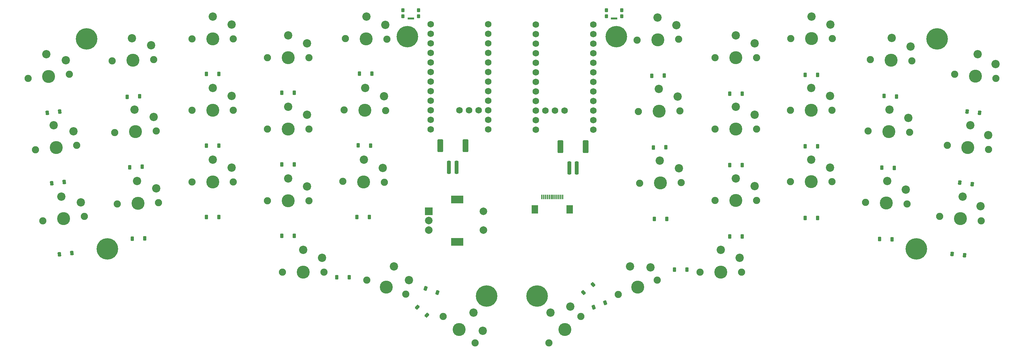
<source format=gts>
G04 #@! TF.GenerationSoftware,KiCad,Pcbnew,8.0.8*
G04 #@! TF.CreationDate,2025-05-06T09:20:43+01:00*
G04 #@! TF.ProjectId,main_wired,6d61696e-5f77-4697-9265-642e6b696361,0.1*
G04 #@! TF.SameCoordinates,Original*
G04 #@! TF.FileFunction,Soldermask,Top*
G04 #@! TF.FilePolarity,Negative*
%FSLAX46Y46*%
G04 Gerber Fmt 4.6, Leading zero omitted, Abs format (unit mm)*
G04 Created by KiCad (PCBNEW 8.0.8) date 2025-05-06 09:20:43*
%MOMM*%
%LPD*%
G01*
G04 APERTURE LIST*
G04 Aperture macros list*
%AMRoundRect*
0 Rectangle with rounded corners*
0 $1 Rounding radius*
0 $2 $3 $4 $5 $6 $7 $8 $9 X,Y pos of 4 corners*
0 Add a 4 corners polygon primitive as box body*
4,1,4,$2,$3,$4,$5,$6,$7,$8,$9,$2,$3,0*
0 Add four circle primitives for the rounded corners*
1,1,$1+$1,$2,$3*
1,1,$1+$1,$4,$5*
1,1,$1+$1,$6,$7*
1,1,$1+$1,$8,$9*
0 Add four rect primitives between the rounded corners*
20,1,$1+$1,$2,$3,$4,$5,0*
20,1,$1+$1,$4,$5,$6,$7,0*
20,1,$1+$1,$6,$7,$8,$9,0*
20,1,$1+$1,$8,$9,$2,$3,0*%
G04 Aperture macros list end*
%ADD10C,2.200000*%
%ADD11C,1.900000*%
%ADD12C,3.450000*%
%ADD13C,5.700000*%
%ADD14RoundRect,0.135000X0.315000X0.365000X-0.315000X0.365000X-0.315000X-0.365000X0.315000X-0.365000X0*%
%ADD15RoundRect,0.082500X0.767500X0.192500X-0.767500X0.192500X-0.767500X-0.192500X0.767500X-0.192500X0*%
%ADD16RoundRect,0.225000X-0.218421X-0.378870X0.231510X-0.371016X0.218421X0.378870X-0.231510X0.371016X0*%
%ADD17RoundRect,0.250000X0.250000X1.500000X-0.250000X1.500000X-0.250000X-1.500000X0.250000X-1.500000X0*%
%ADD18RoundRect,0.250001X0.499999X1.449999X-0.499999X1.449999X-0.499999X-1.449999X0.499999X-1.449999X0*%
%ADD19RoundRect,0.225000X-0.225000X-0.375000X0.225000X-0.375000X0.225000X0.375000X-0.225000X0.375000X0*%
%ADD20RoundRect,0.225000X-0.083173X-0.429339X0.339688X-0.275430X0.083173X0.429339X-0.339688X0.275430X0*%
%ADD21RoundRect,0.225000X-0.231510X-0.371016X0.218421X-0.378870X0.231510X0.371016X-0.218421X0.378870X0*%
%ADD22RoundRect,0.225000X-0.262966X-0.349427X0.184569X-0.396465X0.262966X0.349427X-0.184569X0.396465X0*%
%ADD23RoundRect,0.225000X-0.237950X-0.366919X0.211776X-0.382624X0.237950X0.366919X-0.211776X0.382624X0*%
%ADD24RoundRect,0.225000X0.068685X-0.431894X0.413405X-0.142639X-0.068685X0.431894X-0.413405X0.142639X0*%
%ADD25RoundRect,0.225000X-0.413405X-0.142639X-0.068685X-0.431894X0.413405X0.142639X0.068685X0.431894X0*%
%ADD26R,0.300000X1.300000*%
%ADD27R,1.800000X2.200000*%
%ADD28RoundRect,0.225000X-0.339688X-0.275430X0.083173X-0.429339X0.339688X0.275430X-0.083173X0.429339X0*%
%ADD29R,2.000000X2.000000*%
%ADD30C,2.000000*%
%ADD31R,3.200000X2.000000*%
%ADD32C,1.752600*%
%ADD33RoundRect,0.225000X-0.211776X-0.382624X0.237950X-0.366919X0.211776X0.382624X-0.237950X0.366919X0*%
%ADD34RoundRect,0.225000X-0.184569X-0.396465X0.262966X-0.349427X0.184569X0.396465X-0.262966X0.349427X0*%
G04 APERTURE END LIST*
D10*
G04 #@! TO.C,S17*
X145998631Y-150781510D03*
X142018410Y-147098055D03*
D11*
X145168800Y-154523352D03*
D12*
X140000491Y-152642241D03*
D11*
X134832182Y-150761130D03*
G04 #@! TD*
D13*
G04 #@! TO.C,H4*
X166600000Y-155000000D03*
G04 #@! TD*
D11*
G04 #@! TO.C,S21*
X290639318Y-96034639D03*
D12*
X296109188Y-96609546D03*
D11*
X301579058Y-97184453D03*
D10*
X296725906Y-90741867D03*
X301479006Y-93353005D03*
G04 #@! TD*
D14*
G04 #@! TO.C,SR2*
X202450000Y-80663199D03*
X198350000Y-80663199D03*
X202450000Y-79063199D03*
X198350000Y-79063199D03*
D15*
X200400000Y-81288199D03*
G04 #@! TD*
D13*
G04 #@! TO.C,H3*
X145600000Y-86100000D03*
G04 #@! TD*
D16*
G04 #@! TO.C,D31*
X211069403Y-134528796D03*
X214368901Y-134471204D03*
G04 #@! TD*
D11*
G04 #@! TO.C,S35*
X201480985Y-154544628D03*
D12*
X206649294Y-152663517D03*
D11*
X211817603Y-150782406D03*
D10*
X204631375Y-147119331D03*
X210048081Y-147382584D03*
G04 #@! TD*
D17*
G04 #@! TO.C,J2*
X190500000Y-121000000D03*
X188500000Y-121000000D03*
D18*
X192850000Y-115250000D03*
X186150000Y-115250000D03*
G04 #@! TD*
D11*
G04 #@! TO.C,S19*
X286682834Y-133830254D03*
D12*
X292152704Y-134405161D03*
D11*
X297622574Y-134980068D03*
D10*
X292769422Y-128537482D03*
X297522522Y-131148620D03*
G04 #@! TD*
D19*
G04 #@! TO.C,D25*
X250998901Y-134221203D03*
X254298901Y-134221203D03*
G04 #@! TD*
D13*
G04 #@! TO.C,H7*
X286000000Y-86700000D03*
G04 #@! TD*
D11*
G04 #@! TO.C,S26*
X247148889Y-105636296D03*
D12*
X252648889Y-105636296D03*
D11*
X258148889Y-105636296D03*
D10*
X252648889Y-99736296D03*
X257648889Y-101836296D03*
G04 #@! TD*
D11*
G04 #@! TO.C,S24*
X268287777Y-92149822D03*
D12*
X273784427Y-92341769D03*
D11*
X279281077Y-92533716D03*
D10*
X273990334Y-86445363D03*
X278913999Y-88718581D03*
G04 #@! TD*
D11*
G04 #@! TO.C,S18*
X155092406Y-160390121D03*
D12*
X159305650Y-163925453D03*
D11*
X163518894Y-167460785D03*
D10*
X163098097Y-159405791D03*
X165578465Y-164228422D03*
G04 #@! TD*
D13*
G04 #@! TO.C,H5*
X201000000Y-86100000D03*
G04 #@! TD*
D11*
G04 #@! TO.C,S23*
X267690832Y-111131399D03*
D12*
X273187482Y-111323346D03*
D11*
X278684132Y-111515293D03*
D10*
X273393389Y-105426940D03*
X278317054Y-107700158D03*
G04 #@! TD*
D11*
G04 #@! TO.C,S30*
X227158901Y-91626313D03*
D12*
X232658901Y-91626313D03*
D11*
X238158901Y-91626313D03*
D10*
X232658901Y-85726313D03*
X237658901Y-87826313D03*
G04 #@! TD*
D20*
G04 #@! TO.C,D35*
X194949507Y-157926312D03*
X198050493Y-156797646D03*
G04 #@! TD*
D19*
G04 #@! TO.C,D29*
X230998890Y-120201213D03*
X234298890Y-120201213D03*
G04 #@! TD*
D21*
G04 #@! TO.C,D13*
X135562978Y-134028040D03*
X132263480Y-133970448D03*
G04 #@! TD*
D19*
G04 #@! TO.C,D30*
X231008910Y-101211208D03*
X234308910Y-101211208D03*
G04 #@! TD*
D11*
G04 #@! TO.C,S20*
X288668883Y-114934351D03*
D12*
X294138753Y-115509258D03*
D11*
X299608623Y-116084165D03*
D10*
X294755471Y-109641579D03*
X299508571Y-112252717D03*
G04 #@! TD*
D16*
G04 #@! TO.C,D33*
X210395693Y-96499234D03*
X213695191Y-96441642D03*
G04 #@! TD*
D10*
G04 #@! TO.C,S15*
X139729235Y-82935866D03*
X134766646Y-80748924D03*
D11*
X140162839Y-86744013D03*
D12*
X134663677Y-86648025D03*
D11*
X129164515Y-86552037D03*
G04 #@! TD*
G04 #@! TO.C,S31*
X207132732Y-125011852D03*
D12*
X212631894Y-124915864D03*
D11*
X218131056Y-124819876D03*
D10*
X212528925Y-119016763D03*
X217564813Y-121029181D03*
G04 #@! TD*
D11*
G04 #@! TO.C,S14*
X128832935Y-105549147D03*
D12*
X134332097Y-105645135D03*
D11*
X139831259Y-105741123D03*
D10*
X134435066Y-99746034D03*
X139397655Y-101932976D03*
G04 #@! TD*
D22*
G04 #@! TO.C,D19*
X289989108Y-143790189D03*
X293271030Y-144135133D03*
G04 #@! TD*
D16*
G04 #@! TO.C,D32*
X210767244Y-115515222D03*
X214066742Y-115457630D03*
G04 #@! TD*
D19*
G04 #@! TO.C,D28*
X230998902Y-139201203D03*
X234298902Y-139201203D03*
G04 #@! TD*
D11*
G04 #@! TO.C,S25*
X247148901Y-124636309D03*
D12*
X252648901Y-124636309D03*
D11*
X258148901Y-124636309D03*
D10*
X252648901Y-118736309D03*
X257648901Y-120836309D03*
G04 #@! TD*
D19*
G04 #@! TO.C,D26*
X250998894Y-115221186D03*
X254298894Y-115221186D03*
G04 #@! TD*
D13*
G04 #@! TO.C,H6*
X180000000Y-155000000D03*
G04 #@! TD*
D11*
G04 #@! TO.C,S22*
X267027765Y-130119831D03*
D12*
X272524415Y-130311778D03*
D11*
X278021065Y-130503725D03*
D10*
X272730322Y-124415372D03*
X277653987Y-126688590D03*
G04 #@! TD*
D23*
G04 #@! TO.C,D23*
X271364002Y-120847617D03*
X274661992Y-120962785D03*
G04 #@! TD*
D24*
G04 #@! TO.C,D36*
X192236027Y-154060600D03*
X194763973Y-151939400D03*
G04 #@! TD*
D19*
G04 #@! TO.C,D16*
X126850000Y-150000000D03*
X130150000Y-150000000D03*
G04 #@! TD*
D11*
G04 #@! TO.C,S27*
X247168901Y-86626316D03*
D12*
X252668901Y-86626316D03*
D11*
X258168901Y-86626316D03*
D10*
X252668901Y-80726316D03*
X257668901Y-82826316D03*
G04 #@! TD*
D11*
G04 #@! TO.C,S28*
X227148896Y-129616322D03*
D12*
X232648896Y-129616322D03*
D11*
X238148896Y-129616322D03*
D10*
X232648896Y-123716322D03*
X237648896Y-125816322D03*
G04 #@! TD*
D11*
G04 #@! TO.C,S29*
X227148894Y-110616314D03*
D12*
X232648894Y-110616314D03*
D11*
X238148894Y-110616314D03*
D10*
X232648894Y-104716314D03*
X237648894Y-106816314D03*
G04 #@! TD*
D25*
G04 #@! TO.C,D18*
X148236027Y-157939400D03*
X150763973Y-160060600D03*
G04 #@! TD*
D23*
G04 #@! TO.C,D22*
X270700912Y-139836033D03*
X273998902Y-139951201D03*
G04 #@! TD*
D21*
G04 #@! TO.C,D14*
X132595082Y-114973341D03*
X135894580Y-115030933D03*
G04 #@! TD*
D26*
G04 #@! TO.C,C1*
X186750000Y-128700000D03*
X186250000Y-128700000D03*
X185750000Y-128700000D03*
X185250000Y-128700000D03*
X184750000Y-128700000D03*
X184250000Y-128700000D03*
X183750000Y-128700000D03*
X183250000Y-128700000D03*
X182750000Y-128700000D03*
X182250000Y-128700000D03*
X181750000Y-128700000D03*
X181250000Y-128700000D03*
D27*
X179350000Y-131950000D03*
X188650000Y-131950000D03*
G04 #@! TD*
D17*
G04 #@! TO.C,J1*
X158650500Y-120792243D03*
X156650500Y-120792243D03*
D18*
X161000500Y-115042243D03*
X154300500Y-115042243D03*
G04 #@! TD*
D19*
G04 #@! TO.C,D27*
X251018906Y-96211215D03*
X254318906Y-96211215D03*
G04 #@! TD*
D22*
G04 #@! TO.C,D21*
X293945589Y-105994583D03*
X297227511Y-106339527D03*
G04 #@! TD*
D11*
G04 #@! TO.C,S36*
X183145695Y-167460815D03*
D12*
X187358939Y-163925483D03*
D11*
X191572183Y-160390151D03*
D10*
X183566492Y-159405821D03*
X188746568Y-157800576D03*
G04 #@! TD*
D28*
G04 #@! TO.C,D17*
X150449507Y-152935667D03*
X153550493Y-154064333D03*
G04 #@! TD*
D11*
G04 #@! TO.C,S33*
X206459011Y-86982304D03*
D12*
X211958173Y-86886316D03*
D11*
X217457335Y-86790328D03*
D10*
X211855204Y-80987215D03*
X216891092Y-82999633D03*
G04 #@! TD*
D29*
G04 #@! TO.C,EC11*
X151274610Y-132459595D03*
D30*
X151274610Y-137459595D03*
X151274610Y-134959595D03*
D31*
X158774610Y-129359595D03*
X158774610Y-140559595D03*
D30*
X165774610Y-137459595D03*
X165774610Y-132459595D03*
G04 #@! TD*
D11*
G04 #@! TO.C,S32*
X206830577Y-105998291D03*
D12*
X212329739Y-105902303D03*
D11*
X217828901Y-105806315D03*
D10*
X212226770Y-100003202D03*
X217262658Y-102015620D03*
G04 #@! TD*
D23*
G04 #@! TO.C,D24*
X271960910Y-101866033D03*
X275258900Y-101981201D03*
G04 #@! TD*
D21*
G04 #@! TO.C,D15*
X132926672Y-95871204D03*
X136226170Y-95928796D03*
G04 #@! TD*
D32*
G04 #@! TO.C,MCU2*
X179665190Y-82826752D03*
X179665190Y-85366752D03*
X179665190Y-87906752D03*
X179665190Y-90446752D03*
X179665190Y-92986752D03*
X179665190Y-95526752D03*
X179665190Y-98066752D03*
X179665190Y-100606752D03*
X179665190Y-103146752D03*
X179665190Y-105686752D03*
X179665190Y-108226752D03*
X179665190Y-110766752D03*
X194905190Y-110766752D03*
X194905190Y-108226752D03*
X194905190Y-105686752D03*
X194905190Y-103146752D03*
X194905190Y-100606752D03*
X194905190Y-98066752D03*
X194905190Y-95526752D03*
X194905190Y-92986752D03*
X194905190Y-90446752D03*
X194905190Y-87906752D03*
X194905190Y-85366752D03*
X194905190Y-82826752D03*
X182205190Y-105686752D03*
X184745190Y-105686752D03*
X187285190Y-105686752D03*
G04 #@! TD*
D11*
G04 #@! TO.C,S34*
X223168905Y-148646300D03*
D12*
X228668905Y-148646300D03*
D11*
X234168905Y-148646300D03*
D10*
X228668905Y-142746300D03*
X233668905Y-144846300D03*
G04 #@! TD*
D22*
G04 #@! TO.C,D20*
X291975143Y-124894276D03*
X295257065Y-125239220D03*
G04 #@! TD*
D14*
G04 #@! TO.C,SRL1*
X148550500Y-80642243D03*
X144450500Y-80642243D03*
X148550500Y-79042243D03*
X144450500Y-79042243D03*
D15*
X146500500Y-81267243D03*
G04 #@! TD*
D19*
G04 #@! TO.C,D34*
X216350000Y-148000000D03*
X219650000Y-148000000D03*
G04 #@! TD*
D32*
G04 #@! TO.C,MCU1*
X167055438Y-82805626D03*
X167055438Y-85345626D03*
X167055438Y-87885626D03*
X167055438Y-90425626D03*
X167055438Y-92965626D03*
X167055439Y-95505626D03*
X167055438Y-98045626D03*
X167055438Y-100585626D03*
X167055438Y-103125626D03*
X167055438Y-105665626D03*
X167055438Y-108205626D03*
X167055438Y-110745626D03*
X151815438Y-110745626D03*
X151815438Y-108205626D03*
X151815438Y-105665626D03*
X151815438Y-103125626D03*
X151815438Y-100585626D03*
X151815438Y-98045626D03*
X151815438Y-95505626D03*
X151815438Y-92965626D03*
X151815438Y-90425626D03*
X151815438Y-87885626D03*
X151815439Y-85345626D03*
X151815438Y-82805626D03*
X164515438Y-105665626D03*
X161975438Y-105665626D03*
X159435438Y-105665626D03*
G04 #@! TD*
D13*
G04 #@! TO.C,H8*
X280500000Y-142500000D03*
G04 #@! TD*
D19*
G04 #@! TO.C,D8*
X92350491Y-114999997D03*
X95650491Y-114999997D03*
G04 #@! TD*
D11*
G04 #@! TO.C,S5*
X68027419Y-111540702D03*
D12*
X73524069Y-111348755D03*
D11*
X79020719Y-111156808D03*
D10*
X73318162Y-105452349D03*
X78388405Y-107376572D03*
G04 #@! TD*
D11*
G04 #@! TO.C,S2*
X47049888Y-116095792D03*
D12*
X52519758Y-115520885D03*
D11*
X57989628Y-114945978D03*
D10*
X51903040Y-109653206D03*
X57095159Y-111219056D03*
G04 #@! TD*
D19*
G04 #@! TO.C,D7*
X95650497Y-134000013D03*
X92350497Y-134000013D03*
G04 #@! TD*
D11*
G04 #@! TO.C,S11*
X108500497Y-110642237D03*
D12*
X114000497Y-110642237D03*
D11*
X119500497Y-110642237D03*
D10*
X114000497Y-104742237D03*
X119000497Y-106842237D03*
G04 #@! TD*
D11*
G04 #@! TO.C,S13*
X128501333Y-124546248D03*
D12*
X134000495Y-124642236D03*
D11*
X139499657Y-124738224D03*
D10*
X134103464Y-118743135D03*
X139066053Y-120930077D03*
G04 #@! TD*
D33*
G04 #@! TO.C,D4*
X76010666Y-139634316D03*
X72712676Y-139749484D03*
G04 #@! TD*
D11*
G04 #@! TO.C,S6*
X67364343Y-92552272D03*
D12*
X72860993Y-92360325D03*
D11*
X78357643Y-92168378D03*
D10*
X72655086Y-86463919D03*
X77725329Y-88388142D03*
G04 #@! TD*
D11*
G04 #@! TO.C,S1*
X49035919Y-134991699D03*
D12*
X54505789Y-134416792D03*
D11*
X59975659Y-133841885D03*
D10*
X53889071Y-128549113D03*
X59081190Y-130114963D03*
G04 #@! TD*
D13*
G04 #@! TO.C,H2*
X66100000Y-142500000D03*
G04 #@! TD*
D10*
G04 #@! TO.C,S9*
X99000480Y-82842230D03*
X94000480Y-80742230D03*
D11*
X99500480Y-86642230D03*
D12*
X94000480Y-86642230D03*
D11*
X88500480Y-86642230D03*
G04 #@! TD*
D33*
G04 #@! TO.C,D6*
X71386475Y-102057584D03*
X74684465Y-101942416D03*
G04 #@! TD*
D13*
G04 #@! TO.C,H1*
X60600000Y-86700000D03*
G04 #@! TD*
D19*
G04 #@! TO.C,D10*
X115650506Y-139000000D03*
X112350506Y-139000000D03*
G04 #@! TD*
D11*
G04 #@! TO.C,S7*
X88500498Y-124642242D03*
D12*
X94000498Y-124642242D03*
D11*
X99500498Y-124642242D03*
D10*
X94000498Y-118742242D03*
X99000498Y-120842242D03*
G04 #@! TD*
D19*
G04 #@! TO.C,D9*
X92350488Y-96000000D03*
X95650488Y-96000000D03*
G04 #@! TD*
G04 #@! TO.C,D11*
X112350497Y-120000012D03*
X115650497Y-120000012D03*
G04 #@! TD*
D11*
G04 #@! TO.C,S3*
X45063842Y-97199873D03*
D12*
X50533712Y-96624966D03*
D11*
X56003582Y-96050059D03*
D10*
X49916994Y-90757287D03*
X55109113Y-92323137D03*
G04 #@! TD*
D33*
G04 #@! TO.C,D5*
X72049586Y-120761067D03*
X75347576Y-120645899D03*
G04 #@! TD*
D11*
G04 #@! TO.C,S16*
X112500496Y-148642232D03*
D12*
X118000496Y-148642232D03*
D11*
X123500496Y-148642232D03*
D10*
X118000496Y-142742232D03*
X123000496Y-144842232D03*
G04 #@! TD*
D11*
G04 #@! TO.C,S8*
X88500489Y-105642233D03*
D12*
X94000489Y-105642233D03*
D11*
X99500489Y-105642233D03*
D10*
X94000489Y-99742233D03*
X99000489Y-101842233D03*
G04 #@! TD*
D34*
G04 #@! TO.C,D1*
X56669402Y-143574692D03*
X53387480Y-143919636D03*
G04 #@! TD*
G04 #@! TO.C,D3*
X50218078Y-106344944D03*
X53500000Y-106000000D03*
G04 #@! TD*
D11*
G04 #@! TO.C,S4*
X68690534Y-130529130D03*
D12*
X74187184Y-130337183D03*
D11*
X79683834Y-130145236D03*
D10*
X73981277Y-124440777D03*
X79051520Y-126365000D03*
G04 #@! TD*
D34*
G04 #@! TO.C,D2*
X54683352Y-124678780D03*
X51401430Y-125023724D03*
G04 #@! TD*
D19*
G04 #@! TO.C,D12*
X112350504Y-101000000D03*
X115650504Y-101000000D03*
G04 #@! TD*
D11*
G04 #@! TO.C,S10*
X108500498Y-129642244D03*
D12*
X114000498Y-129642244D03*
D11*
X119500498Y-129642244D03*
D10*
X114000498Y-123742244D03*
X119000498Y-125842244D03*
G04 #@! TD*
D11*
G04 #@! TO.C,S12*
X108500494Y-91642235D03*
D12*
X114000494Y-91642235D03*
D11*
X119500494Y-91642235D03*
D10*
X114000494Y-85742235D03*
X119000494Y-87842235D03*
G04 #@! TD*
M02*

</source>
